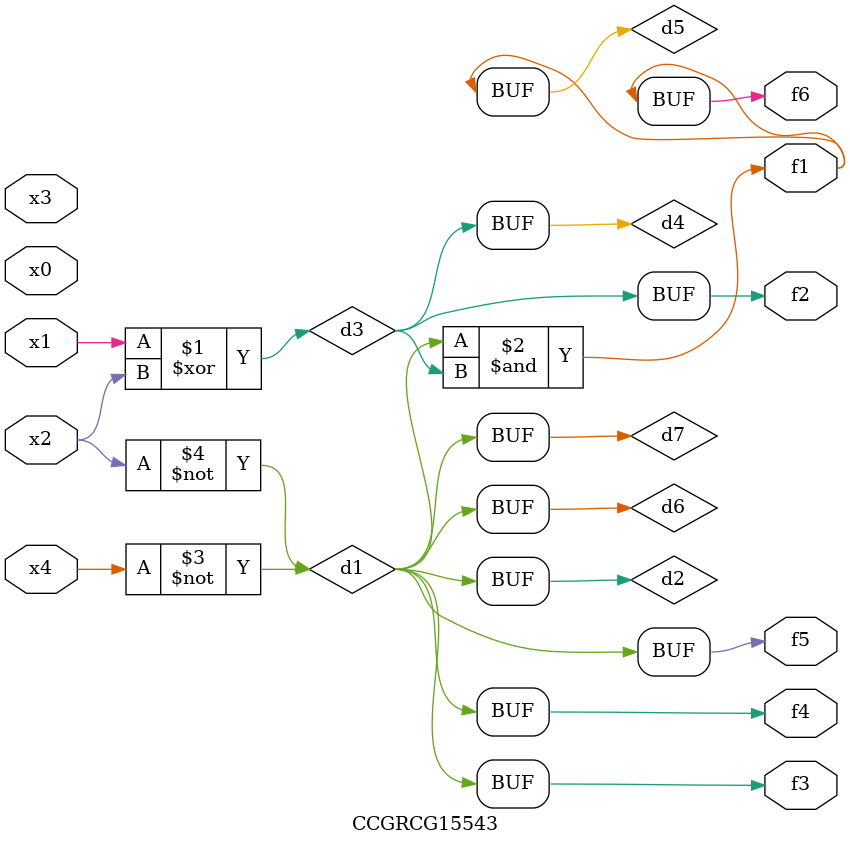
<source format=v>
module CCGRCG15543(
	input x0, x1, x2, x3, x4,
	output f1, f2, f3, f4, f5, f6
);

	wire d1, d2, d3, d4, d5, d6, d7;

	not (d1, x4);
	not (d2, x2);
	xor (d3, x1, x2);
	buf (d4, d3);
	and (d5, d1, d3);
	buf (d6, d1, d2);
	buf (d7, d2);
	assign f1 = d5;
	assign f2 = d4;
	assign f3 = d7;
	assign f4 = d7;
	assign f5 = d7;
	assign f6 = d5;
endmodule

</source>
